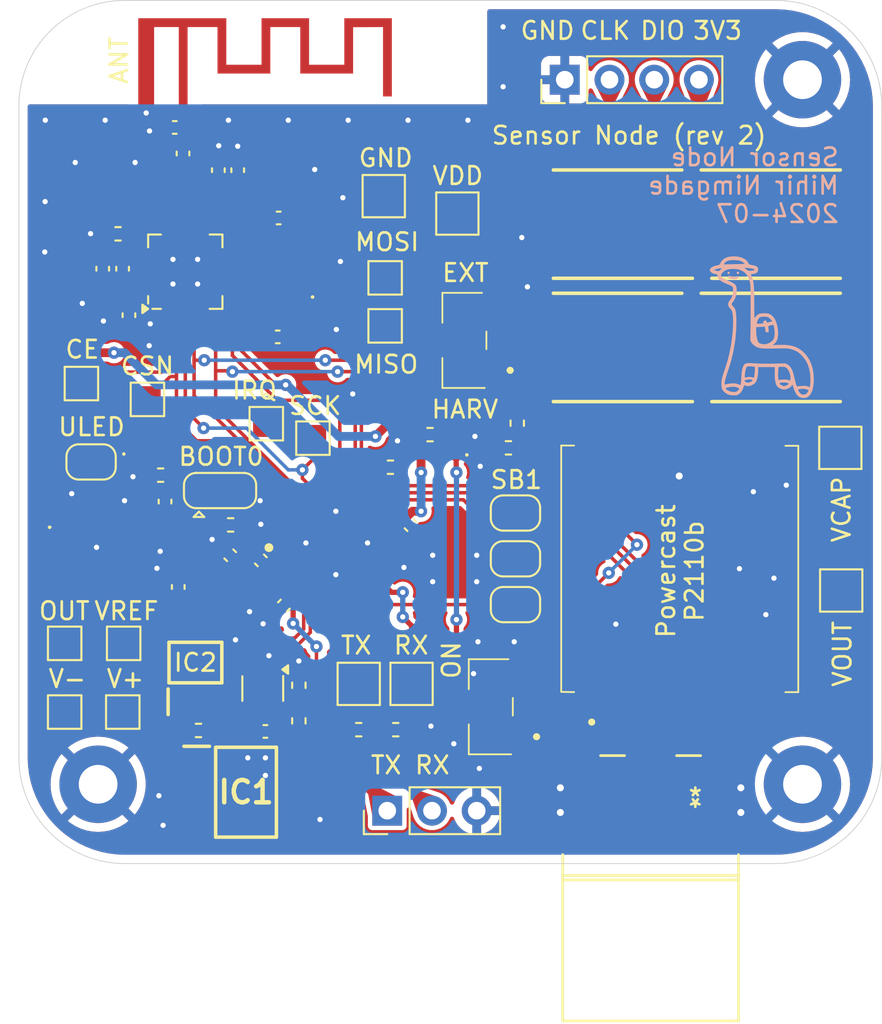
<source format=kicad_pcb>
(kicad_pcb (version 20240108) (generator "pcbnew") (generator_version "8.0")
  (layers (0 "F.Cu" signal) (31 "B.Cu" power) (34 "B.Paste" user) (35 "F.Paste" user) (36 "B.SilkS" user "B.Silkscreen") (37 "F.SilkS" user "F.Silkscreen") (38 "B.Mask" user) (39 "F.Mask" user) (44 "Edge.Cuts" user))
  (net 0 "")
  (net 1 "GND")
  (net 2 "+3.3V")
  (net 3 "/NRST")
  (net 4 "Net-(U2-DVDD)")
  (net 5 "PSENSE_PLUS")
  (net 6 "Net-(U2-XC2)")
  (net 7 "PSENSE_MINUS")
  (net 8 "Net-(D2-K)")
  (net 9 "/BOOT0")
  (net 11 "NRF_CSN")
  (net 15 "USART1_RX")
  (net 18 "Net-(U2-XC1)")
  (net 19 "Net-(C15-Pad1)")
  (net 20 "NRF_IRQ")
  (net 21 "NRF_SCK")
  (net 22 "NRF_MISO")
  (net 23 "Net-(JP5-B)")
  (net 24 "Net-(JP6-B)")
  (net 25 "SWCLK")
  (net 26 "Net-(JP9-B)")
  (net 27 "USART1_TX")
  (net 28 "/NRF_ANT")
  (net 29 "SWDIO")
  (net 30 "NRF_MOSI")
  (net 31 "VDD")
  (net 32 "Net-(U2-VDD_PA)")
  (net 33 "Net-(D1-A)")
  (net 34 "P2110B_RESET")
  (net 35 "P2110B_DOUT")
  (net 36 "P2110B_DSET")
  (net 39 "P2110B_INT")
  (net 41 "POWER_LED_EN")
  (net 42 "/RFIN")
  (net 43 "NRF_CE")
  (net 45 "Net-(D2-A)")
  (net 47 "/USER_LED")
  (net 48 "Net-(J4-Pin_1)")
  (net 49 "Net-(J4-Pin_2)")
  (net 50 "/VSET")
  (net 52 "VCAP")
  (net 53 "/P2110B_VOUT")
  (net 54 "Net-(JP2-C)")
  (net 55 "Net-(U2-ANT1)")
  (net 56 "Net-(U2-ANT2)")
  (net 57 "Net-(U2-IREF)")
  (net 58 "Net-(U4-+)")
  (net 59 "Net-(IC2-RG_2)")
  (net 60 "Net-(IC2-RG_1)")
  (net 62 "PSENSE_OUT")
  (net 63 "PSENSE_VREF")
  (footprint "TestPoint:TestPoint_Pad_2.0x2.0mm" (layer "F.Cu") (at 120.65 121.4)
    (property "Reference" "TP18" (hide yes))
    (property "Value" "~")
  )
  (footprint "Resistor_SMD:R_0402_1005Metric" (layer "F.Cu") (at 89.9 136.9 90)
    (property "Reference" "R11" (hide yes))
    (property "Value" "22k")
  )
  (footprint "Capacitor_SMD:C_0402_1005Metric" (layer "F.Cu") (at 88.7 115.1 180)
    (property "Reference" "C10" (hide yes))
    (property "Value" "10p")
  )
  (footprint "Package_TO_SOT_SMD:SOT-353_SC-70-5" (layer "F.Cu") (at 87.85 135.065 -90)
    (property "Reference" "U4" (hide yes))
    (property "Value" "TLV9001IDCK")
  )
  (footprint "libtpms:P2110B" (layer "F.Cu") (at 111.53 128.269 90)
    (property "Reference" "PS1" (hide yes))
    (property "Value" "P2110B" (hide yes))
  )
  (footprint "Jumper:SolderJumper-2_P1.3mm_Open_RoundedPad1.0x1.5mm" (layer "F.Cu") (at 102.2 130.3)
    (property "Reference" "JP9" (hide yes))
    (property "Value" "DOUT_EN")
  )
  (footprint "TestPoint:TestPoint_Pad_2.0x2.0mm" (layer "F.Cu") (at 94.72 107.11)
    (property "Reference" "TP17" (hide yes))
    (property "Value" "~")
  )
  (footprint "TestPoint:TestPoint_Pad_1.5x1.5mm" (layer "F.Cu") (at 76.6 136.4)
    (property "Reference" "TP11" (hide yes))
    (property "Value" "~")
  )
  (footprint "Resistor_SMD:R_0402_1005Metric" (layer "F.Cu") (at 84.2 137.445 180)
    (property "Reference" "R13" (hide yes))
    (property "Value" "49.9k")
  )
  (footprint "TestPoint:TestPoint_Pad_1.5x1.5mm" (layer "F.Cu") (at 88.05 120.03)
    (property "Reference" "TP1" (hide yes))
    (property "Value" "~")
  )
  (footprint "Capacitor_SMD:C_0402_1005Metric" (layer "F.Cu") (at 96.24 125.79 -45)
    (property "Reference" "C4" (hide yes))
    (property "Value" "100n")
  )
  (footprint "Resistor_SMD:R_0402_1005Metric" (layer "F.Cu") (at 82.05 122.95 180)
    (property "Reference" "R5" (hide yes))
    (property "Value" "470R")
  )
  (footprint "Capacitor_SMD:C_0402_1005Metric" (layer "F.Cu") (at 80.25 113.87 -90)
    (property "Reference" "C9" (hide yes))
    (property "Value" "33n")
  )
  (footprint "Resistor_SMD:R_0402_1005Metric" (layer "F.Cu") (at 89.9 134.88 90)
    (property "Reference" "R14" (hide yes))
    (property "Value" "22k")
  )
  (footprint "libtpms:QFN50P500X500X60-33N-D" (layer "F.Cu") (at 92 126.8 45)
    (property "Reference" "U1" (hide yes))
    (property "Value" "STM32U031K8U6" (hide yes))
  )
  (footprint "Capacitor_SMD:C_0402_1005Metric" (layer "F.Cu") (at 78.76 111.23 90)
    (property "Reference" "C14" (hide yes))
    (property "Value" "10n")
  )
  (footprint "Capacitor_SMD:C_0402_1005Metric" (layer "F.Cu") (at 89.05 130.35 -135)
    (property "Reference" "C2" (hide yes))
    (property "Value" "100n")
  )
  (footprint "Capacitor_SMD:C_0402_1005Metric" (layer "F.Cu") (at 87.74 127.79 135)
    (property "Reference" "C3" (hide yes))
    (property "Value" "100n")
  )
  (footprint "libtpms:TS2134035BK160SMTTR" (layer "F.Cu") (at 78.46 126.91)
    (property "Reference" "S4" (hide yes))
    (property "Value" "Pushbutton switch" (hide yes))
  )
  (footprint "Package_DFN_QFN:QFN-20-1EP_4x4mm_P0.5mm_EP2.5x2.5mm" (layer "F.Cu") (at 83.45 111.4 90)
    (property "Reference" "U2" (hide yes))
    (property "Value" "nRF24L01P")
  )
  (footprint "Capacitor_SMD:C_0402_1005Metric" (layer "F.Cu") (at 88 137.5 180)
    (property "Reference" "C23" (hide yes))
    (property "Value" "100n")
  )
  (footprint "Capacitor_SMD:C_0402_1005Metric" (layer "F.Cu") (at 83.05 129.3 90)
    (property "Reference" "C24" (hide yes))
    (property "Value" "100n")
  )
  (footprint "Jumper:SolderJumper-2_P1.3mm_Open_RoundedPad1.0x1.5mm" (layer "F.Cu") (at 102.2 125.1)
    (property "Reference" "JP5" (hide yes))
    (property "Value" "INT_EN")
  )
  (footprint "Resistor_SMD:R_0402_1005Metric" (layer "F.Cu") (at 86.025 125.775 180)
    (property "Reference" "R1" (hide yes))
    (property "Value" "100k")
  )
  (footprint "TestPoint:TestPoint_Pad_1.5x1.5mm" (layer "F.Cu") (at 81.3 118.65)
    (property "Reference" "TP6" (hide yes))
    (property "Value" "~")
  )
  (footprint "TestPoint:TestPoint_Pad_1.5x1.5mm" (layer "F.Cu") (at 76.6 132.5)
    (property "Reference" "TP9" (hide yes))
    (property "Value" "~")
  )
  (footprint "TestPoint:TestPoint_Pad_1.5x1.5mm" (layer "F.Cu") (at 94.8 114.475)
    (property "Reference" "TP3" (hide yes))
    (property "Value" "~")
  )
  (footprint "LED_SMD:LED_0402_1005Metric" (layer "F.Cu") (at 98.35 121.8 180)
    (property "Reference" "D1" (hide yes))
    (property "Value" "LED")
  )
  (footprint "libtpms:SOP65P490X110-8N" (layer "F.Cu") (at 84.025 133.59 90)
    (property "Reference" "IC2")
    (property "Value" "AD8226ARMZ" (hide yes))
  )
  (footprint "Resistor_SMD:R_0402_1005Metric" (layer "F.Cu") (at 101.8 121.4)
    (property "Reference" "R2" (hide yes))
    (property "Value" "?")
  )
  (footprint "TestPoint:TestPoint_Pad_1.5x1.5mm" (layer "F.Cu") (at 79.95 132.5)
    (property "Reference" "TP12" (hide yes))
    (property "Value" "~")
  )
  (footprint "libtpms:830064296" (layer "F.Cu") (at 88.8275 111.7375 90)
    (property "Reference" "Y1" (hide yes))
    (property "Value" "Crystal_16MHz" (hide yes))
  )
  (footprint "TestPoint:TestPoint_Pad_1.5x1.5mm" (layer "F.Cu") (at 77.55 117.75)
    (property "Reference" "TP5" (hide yes))
    (property "Value" "~")
  )
  (footprint "Resistor_SMD:R_0402_1005Metric" (layer "F.Cu") (at 97.35 120.65)
    (property "Reference" "R4" (hide yes))
    (property "Value" "470R")
  )
  (footprint "libtpms:TI_2G4_Inv_F_Antenna_1" (layer "F.Cu") (at 80.78 97.01)
    (property "Reference" "AE2" (hide yes))
    (property "Value" "PCB Antenna")
  )
  (footprint "Resistor_SMD:R_0402_1005Metric" (layer "F.Cu") (at 79.63 109.25 180)
    (property "Reference" "R8" (hide yes))
    (property "Value" "22k")
  )
  (footprint "Capacitor_SMD:C_0402_1005Metric" (layer "F.Cu") (at 88.75 108.35)
    (property "Reference" "C12" (hide yes))
    (property "Value" "10p")
  )
  (footprint "Inductor_SMD:L_0402_1005Metric" (layer "F.Cu") (at 83.3275 106.6375 90)
    (property "Reference" "L3" (hide yes))
    (property "Value" "3.9nH")
  )
  (footprint "LED_SMD:LED_0402_1005Metric" (layer "F.Cu") (at 81.05 121.75)
    (property "Reference" "D2" (hide yes))
    (property "Value" "LED")
  )
  (footprint "TestPoint:TestPoint_Pad_2.0x2.0mm" (layer "F.Cu") (at 120.7 129.5)
    (property "Reference" "TP16" (hide yes))
    (property "Value" "~")
  )
  (footprint "libtpms:CAPPM7362X375N" (layer "F.Cu") (at 117 115.7)
    (property "Reference" "C8" (hide yes))
    (property "Value" "C_Polarized" (hide yes))
  )
  (footprint "Jumper:SolderJumper-2_P1.3mm_Open_RoundedPad1.0x1.5mm" (layer "F.Cu") (at 102.2 127.7)
    (property "Reference" "JP6" (hide yes))
    (property "Value" "DSET_EN")
  )
  (footprint "Inductor_SMD:L_0402_1005Metric" (layer "F.Cu") (at 84.8275 107.1375)
    (property "Reference" "L2" (hide yes))
    (property "Value" "2.7nH")
  )
  (footprint "Resistor_SMD:R_0402_1005Metric" (layer "F.Cu") (at 102.3 120 -90)
    (property "Reference" "R3" (hide yes))
    (property "Value" "4.3M")
  )
  (footprint "TestPoint:TestPoint_Pad_2.0x2.0mm" (layer "F.Cu") (at 96.3 134.8 -90)
    (property "Reference" "TP14" (hide yes))
    (property "Value" "~")
  )
  (footprint "Capacitor_SMD:C_0402_1005Metric" (layer "F.Cu") (at 86.4275 105.6375 90)
    (property "Reference" "C18" (hide yes))
    (property "Value" "4.7pF")
  )
  (footprint "Connector_PinHeader_2.54mm:PinHeader_1x04_P2.54mm_Vertical" (layer "F.Cu") (at 105 100.5 90)
    (property "Reference" "J2" (hide yes))
    (property "Value" "DEBUG_CONN")
  )
  (footprint "Resistor_SMD:R_0402_1005Metric" (layer "F.Cu") (at 95.1 122.5)
    (property "Reference" "R10" (hide yes))
    (property "Value" "1k")
  )
  (footprint "libtpms:CAPPM7362X375N" (layer "F.Cu") (at 108 115.7 180)
    (property "Reference" "C6" (hide yes))
    (property "Value" "C_Polarized" (hide yes))
  )
  (footprint "Resistor_SMD:R_0402_1005Metric" (layer "F.Cu") (at 93.3 137.4 180)
    (property "Reference" "R6" (hide yes))
    (property "Value" "220R")
  )
  (footprint "libtpms:CAPPM7362X375N" (layer "F.Cu") (at 108 108.7 180)
    (property "Reference" "C5" (hide yes))
    (property "Value" "C_Polarized" (hide yes))
  )
  (footprint "TestPoint:TestPoint_Pad_1.5x1.5mm" (layer "F.Cu") (at 90.7 120.85)
    (property "Reference" "TP2" (hide yes))
    (property "Value" "~")
  )
  (footprint "Capacitor_SMD:C_0402_1005Metric" (layer "F.Cu") (at 85.3275 105.6375 -90)
    (property "Reference" "C17" (hide yes))
    (property "Value" "2.2nF")
  )
  (footprint "Capacitor_SMD:C_0402_1005Metric" (layer "F.Cu") (at 83.32 104.69 90)
    (property "Reference" "C15" (hide yes))
    (property "Value" "1.5pF")
  )
  (footprint "MountingHole:MountingHole_2.2mm_M2_Pad" (layer "F.Cu") (at 118.5 100.5)
    (property "Reference" "H3" (hide yes))
    (property "Value" "MountingHole" (hide yes))
  )
  (footprint "Capacitor_SMD:C_0402_1005Metric" (layer "F.Cu") (at 82.3 124.45 90)
    (property "Reference" "C22" (hide yes))
    (property "Value" "100n")
  )
  (footprint "TestPoint:TestPoint_Pad_1.5x1.5mm" (layer "F.Cu") (at 94.8 111.75)
    (property "Reference" "TP4" (hide yes))
    (property "Value" "~")
  )
  (footprint "MountingHole:MountingHole_2.2mm_M2_Pad" (layer "F.Cu") (at 118.5 140.5)
    (property "Reference" "H4" (hide yes))
    (property "Value" "MountingHole" (hide yes))
  )
  (footprint "libtpms:CONN_73251-1150_MOL" (layer "F.Cu") (at 109.875 142.404 180)
    (property "Reference" "J3" (hide yes))
    (property "Value" "SMA EDGE CONN")
  )
  (footprint "libtpms:CAPPM7362X375N" (layer "F.Cu") (at 117 108.7)
    (property "Reference" "C1" (hide yes))
    (property "Value" "C_Polarized" (hide yes))
  )
  (footprint "Capacitor_SMD:C_0402_1005Metric" (layer "F.Cu") (at 86 127.5 135)
    (property "Reference" "C7" (hide yes))
    (property "Value" "10u")
  )
  (footprint "Jumper:SolderJumper-3_P1.3mm_Open_RoundedPad1.0x1.5mm" (layer "F.Cu") (at 85.425 123.825)
    (property "Reference" "JP2" (hide yes))
    (property "Value" "BOOT_SEL")
  )
  (footprint "TestPoint:TestPoint_Pad_1.5x1.5mm" (layer "F.Cu") (at 79.9 136.4)
    (property "Reference" "TP10" (hide yes))
    (property "Value" "~")
  )
  (footprint "Connector_PinHeader_2.54mm:PinHeader_1x03_P2.54mm_Vertical" (layer "F.Cu") (at 94.92 142 90)
    (property "Reference" "J4" (hide yes))
    (property "Value" "UART_CONN")
  )
  (footprint "Capacitor_SMD:C_0402_1005Metric" (layer "F.Cu") (at 79.89 111.23 90)
    (property "Reference" "C13" (hide yes))
    (property "Value" "1n")
  )
  (footprint "TestPoint:TestPoint_Pad_2.0x2.0mm" (layer "F.Cu") (at 93.3 134.8 -90)
    (property "Reference" "TP13" (hide yes))
    (property "Value" "~")
  )
  (footprint "libtpms:CAS120A1" (layer "F.Cu") (at 100.8 136.1 90)
    (property "Reference" "S1" (hide yes))
    (property "Value" "CAS-120A1" (hide yes))
  )
  (footprint "MountingHole:MountingHole_2.2mm_M2_Pad" (layer "F.Cu") (at 78.5 140.5)
    (property "Reference" "H2" (hide yes))
    (property "Value" "MountingHole" (hide yes))
  )
  (footprint "TestPoint:TestPoint_Pad_2.0x2.0mm" (layer "F.Cu") (at 98.9 108.1)
    (property "Reference" "TP15" (hide yes))
    (property "Value" "~")
  )
  (footprint "libtpms:SOIC127P610X280-8N" (layer "F.Cu") (at 86.9 140.95)
    (property "Reference" "IC1")
    (property "Value" "NPP-301A-700AT" (hide yes))
  )
  (footprint "libtpms:CAS120A1" (layer "F.Cu") (at 99.3 115.3 90)
    (property "Reference" "S5" (hide yes))
    (property "Value" "CAS-120A1" (hide yes))
  )
  (footprint "Inductor_SMD:L_0402_1005Metric" (layer "F.Cu") (at 83.8275 108.19)
    (property "Reference" "L1" (hide yes))
    (property "Value" "8.2nH")
  )
  (footprint "Capacitor_SMD:C_0402_1005Metric" (layer "F.Cu") (at 82.85 103.21 180)
    (property "Reference" "C16" (hide yes))
    (property "Value" "1.0pF")
  )
  (footprint "Jumper:SolderJumper-2_P1.3mm_Open_RoundedPad1.0x1.5mm" (layer "F.Cu") (at 78.1 122.2)
    (property "Reference" "JP1" (hide yes))
    (property "Value" "USER_LED_EN")
  )
  (footprint "Resistor_SMD:R_0402_1005Metric" (layer "F.Cu") (at 95.4 137.4 180)
    (property "Reference" "R7" (hide yes))
    (property "Value" "220R")
  )
  (footprint "LOGO" (layer "B.Cu") (at 116.2 114.55 180)
    (property "Reference" "G***" (hide yes))
    (property "Value" "LOGO" (hide yes))
  )
  (gr_arc (start 117 96) (mid 121.242641 97.757359) (end 123 102) (stroke (width 0.05)) (layer "Edge.Cuts"))
  (gr_arc (start 122.999999 138.999999) (mid 121.24264 143.24264) (end 116.999999 144.999999) (stroke (width 0.05)) (layer "Edge.Cuts"))
  (gr_line (start 116.999999 144.999999) (end 80 145) (stroke (width 0.05)) (layer "Edge.Cuts"))
  (gr_line (start 117 96) (end 80.000001 96.000001) (stroke (width 0.05)) (layer "Edge.Cuts"))
  (gr_line (start 123 102) (end 122.999999 138.999999) (stroke (width 0.05)) (layer "Edge.Cuts"))
  (gr_line (start 74 138.999999) (end 74 102.000001) (stroke (width 0.05)) (layer "Edge.Cuts"))
  (gr_arc (start 80.000001 144.999999) (mid 75.75736 143.24264) (end 74.000001 138.999999) (stroke (width 0.05)) (layer "Edge.Cuts"))
  (gr_arc (start 74.000001 102.000001) (mid 75.75736 97.75736) (end 80.000001 96.000001) (stroke (width 0.05)) (layer "Edge.Cuts"))
  (gr_text "Sensor Node\nMihir Nimgade\n2024-07" (at 120.65 108.7 0) (layer "B.SilkS") (effects (font (size 1 1) (thickness 0.15) (bold yes)) (justify left bottom mirror)))
  (gr_text "MOSI" (at 93 110.3 0) (layer "F.SilkS") (effects (font (size 1 1)) (justify left bottom)))
  (gr_text "TX" (at 93.9 140 0) (layer "F.SilkS") (effects (font (size 1 1)) (justify left bottom)))
  (gr_text "RX" (at 95.2 133.2 0) (layer "F.SilkS") (effects (font (size 1 1) (thickness 0.15) (bold yes)) (justify left bottom)))
  (gr_text "DIO" (at 109.2 98.3 0) (layer "F.SilkS") (effects (font (size 1 1) (thickness 0.15) (bold yes)) (justify left bottom)))
  (gr_text "SCK" (at 89.25 119.6 0) (layer "F.SilkS") (effects (font (size 1 1) (thickness 0.15) (bold yes)) (justify left bottom)))
  (gr_text "V-" (at 75.6 135.1 0) (layer "F.SilkS") (effects (font (size 1 1) (thickness 0.15) (bold yes)) (justify left bottom)))
  (gr_text "VOUT" (at 121.35 135.05 90) (layer "F.SilkS") (effects (font (size 1 1) (thickness 0.15) (bold yes)) (justify left bottom)))
  (gr_text "TX" (at 92.2 133.2 0) (layer "F.SilkS") (effects (font (size 1 1) (thickness 0.15) (bold yes)) (justify left bottom)))
  (gr_text "3V3" (at 112.2 98.3 0) (layer "F.SilkS") (effects (font (size 1 1) (thickness 0.15) (bold yes)) (justify left bottom)))
  (gr_text "EXT" (at 97.95 112.05 0) (layer "F.SilkS") (effects (font (size 1 1)) (justify left bottom)))
  (gr_text "RX" (at 96.4 140 0) (layer "F.SilkS") (effects (font (size 1 1)) (justify left bottom)))
  (gr_text "VCAP" (at 121.3 126.85 90) (layer "F.SilkS") (effects (font (size 1 1) (thickness 0.15) (bold yes)) (justify left bottom)))
  (gr_text "CSN" (at 79.7 117.35 0) (layer "F.SilkS") (effects (font (size 1 1) (thickness 0.15) (bold yes)) (justify left bottom)))
  (gr_text "ON" (at 99.15 134.6 90) (layer "F.SilkS") (effects (font (size 1 1)) (justify left bottom)))
  (gr_text "OUT" (at 75.05 131.25 0) (layer "F.SilkS") (effects (font (size 1 1) (thickness 0.15) (bold yes)) (justify left bottom)))
  (gr_text "CE" (at 76.55 116.4 0) (layer "F.SilkS") (effects (font (size 1 1) (thickness 0.15) (bold yes)) (justify left bottom)))
  (gr_text "IRQ" (at 86.02 118.72 0) (layer "F.SilkS") (effects (font (size 1 1) (thickness 0.15) (bold yes)) (justify left bottom)))
  (gr_text "GND" (at 93.21 105.53 0) (layer "F.SilkS") (effects (font (size 1 1)) (justify left bottom)))
  (gr_text "ULED" (at 76.15 120.8 0) (layer "F.SilkS") (effects (font (size 1 1)) (justify left bottom)))
  (gr_text "CLK" (at 105.8 98.3 0) (layer "F.SilkS") (effects (font (size 1 1) (thickness 0.15) (bold yes)) (justify left bottom)))
  (gr_text "MISO" (at 92.95 117.25 0) (layer "F.SilkS") (effects (font (size 1 1)) (justify left bottom)))
  (gr_text "V+" (at 78.9 135.1 0) (layer "F.SilkS") (effects (font (size 1 1) (thickness 0.15) (bold yes)) (justify left bottom)))
  (gr_text "Sensor Node (rev 2)" (at 108.65 104.25 0) (layer "F.SilkS") (effects (font (size 1 1) (thickness 0.15) (bold yes)) (justify bottom)))
  (gr_text "SB1" (at 100.7 123.8 0) (layer "F.SilkS") (effects (font (size 1 1) (thickness 0.15) (bold yes)) (justify left bottom)))
  (gr_text "BOOT0" (at 82.98 122.48 0) (layer "F.SilkS") (effects (font (size 1 1) (thickness 0.15) (bold yes)) (justify left bottom)))
  (gr_text "VREF" (at 78.2 131.25 0) (layer "F.SilkS") (effects (font (size 1 1) (thickness 0.15) (bold yes)) (justify left bottom)))
  (gr_text "Powercast\nP2110b" (at 112.95 128.4 90) (layer "F.SilkS") (effects (font (size 1 1) (thickness 0.15) (bold yes)) (justify bottom)))
  (gr_text "ANT" (at 80.275 100.825 90) (layer "F.SilkS") (effects (font (size 1 1)) (justify left bottom)))
  (gr_text "VDD" (at 97.4 106.54 0) (layer "F.SilkS") (effects (font (size 1 1)) (justify left bottom)))
  (gr_text "GND" (at 102.4 98.3 0) (layer "F.SilkS") (effects (font (size 1 1) (thickness 0.15) (bold yes)) (justify left bottom)))
  (gr_text "HARV" (at 97.35 119.8 0) (layer "F.SilkS") (effects (font (size 1 1)) (justify left bottom)))
  (segment (start 89.9 134.37) (end 89.9 133.5) (width 0.5) (layer "F.Cu") (net 1))
  (segment (start 85.3275 105.1575) (end 85.3275 104.2725) (width 0.2) (layer "F.Cu") (net 1))
  (segment (start 86.725 123.825) (end 87.125 123.825) (width 0.5) (layer "F.Cu") (net 1))
  (segment (start 87.975 125.975) (end 88.700127 125.975) (width 0.2) (layer "F.Cu") (net 1))
  (segment (start 87.85 133.55) (end 88.2 133.2) (width 0.2) (layer "F.Cu") (net 1))
  (segment (start 90.745 142.855) (end 89.7 142.855) (width 0.5) (layer "F.Cu") (net 1))
  (segment (start 82.95 109.4625) (end 82.95 110.95) (width 0.2) (layer "F.Cu") (net 1))
  (segment (start 82.6 112.4) (end 83 112) (width 0.2) (layer "F.Cu") (net 1))
  (segment (start 85.10288 126.60288) (end 85.660589 127.160589) (width 0.5) (layer "F.Cu") (net 1))
  (segment (start 86.3 132.3) (end 85.365 131.365) (width 0.3) (layer "F.Cu") (net 1))
  (segment (start 86.4275 105.1575) (end 86.4275 104.2775) (width 0.2) (layer "F.Cu") (net 1))
  (segment (start 87.125 123.825) (end 87.7 124.4) (width 0.5) (layer "F.Cu") (net 1))
  (segment (start 85.3275 104.2725) (end 85.35 104.25) (width 0.2) (layer "F.Cu") (net 1))
  (segment (start 87.85 134.115) (end 87.85 133.55) (width 0.2) (layer "F.Cu") (net 1))
  (segment (start 81.42 103.41) (end 81.77 103.06) (width 0.2) (layer "F.Cu") (net 1))
  (segment (start 78.07 110.13) (end 78.07 109.24) (width 0.5) (layer "F.Cu") (net 1))
  (segment (start 111.5 121.314) (end 111.5 123) (width 0.5) (layer "F.Cu") (net 1))
  (segment (start 82.95 110.95) (end 83 111) (width 0.2) (layer "F.Cu") (net 1))
  (segment (start 81.46 112.4525) (end 81.5125 112.4) (width 0.3) (layer "F.Cu") (net 1))
  (segment (start 81.5125 112.4) (end 82.6 112.4) (width 0.2) (layer "F.Cu") (net 1))
  (segment (start 88.700127 125.975) (end 89.030152 126.305025) (width 0.2) (layer "F.Cu") (net 1))
  (segment (start 81.77 103.06) (end 82.22 103.06) (width 0.2) (layer "F.Cu") (net 1))
  (segment (start 78.76 110.75) (end 78.69 110.75) (width 0.5) (layer "F.Cu") (net 1))
  (segment (start 84.97212 126.60288) (end 85.10288 126.60288) (width 0.2) (layer "F.Cu") (net 1))
  (segment (start 81.46 114.36) (end 81.46 112.4525) (width 0.3) (layer "F.Cu") (net 1))
  (segment (start 83.45 111.4) (end 85.3875 111.4) (width 0.2) (layer "F.Cu") (net 1))
  (segment (start 91.1 142.5) (end 90.745 142.855) (width 0.5) (layer "F.Cu") (net 1))
  (segment (start 81.5125 110.9) (end 82.9 110.9) (width 0.2) (layer "F.Cu") (net 1))
  (segment (start 78.69 110.75) (end 78.07 110.13) (width 0.5) (layer "F.Cu") (net 1))
  (segment (start 85.365 131.365) (end 85 131.365) (width 0.3) (layer "F.Cu") (net 1))
  (segment (start 82.9 110.9) (end 83 111) (width 0.2) (layer "F.Cu") (net 1))
  (segment (start 95.864873 128.19) (end 94.969848 127.294975) (width 0.2) (layer "F.Cu") (net 1))
  (segment (start 111.53 121.284) (end 111.5 121.314) (width 0.5) (layer "F.Cu") (net 1))
  (segment (start 87.74 125.74) (end 87.975 125.975) (width 0.2) (layer "F.Cu") (net 1))
  (segment (start 82.22 103.06) (end 82.37 103.21) (width 0.2) (layer "F.Cu") (net 1))
  (via (at 86.3 132.3) (size 0.7) (drill 0.3) (layers "F.Cu" "B.Cu") (net 1))
  (via (at 92.4 107.2) (size 0.7) (drill 0.3) (layers "F.Cu" "B.Cu") (net 1))
  (via (at 82.75 110.7) (size 0.7) (drill 0.3) (layers "F.Cu" "B.Cu") (net 1))
  (via (at 80.6 105.2) (size 0.7) (drill 0.3) (layers "F.Cu" "B.Cu") (net 1))
  (via (at 85.35 104.25) (size 0.7) (drill 0.3) (layers "F.Cu" "B.Cu") (net 1))
  (via (at 97.4 137.2) (size 0.7) (drill 0.3) (layers "F.Cu" "B.Cu") (net 1))
  (via (at 82.19 142.83) (size 0.7) (drill 0.3) (layers "F.Cu" "B.Cu") (net 1))
  (via (at 89.3 102.8) (size 0.7) (drill 0.3) (layers "F.Cu" "B.Cu") (net 1))
  (via (at 116.88 128.8) (size 0.7) (drill 0.3) (layers "F.Cu" "B.Cu") (net 1))
  (via (at 80 124.4) (size 0.7) (drill 0.3) (layers "F.Cu" "B.Cu") (net 1))
  (via (at 84.15 112.1) (size 0.7) (drill 0.3) (layers "F.Cu" "B.Cu") (net 1))
  (via (at 87.1 130.7) (size 0.7) (drill 0.3) (layers "F.Cu" "B.Cu") (net 1))
  (via (at 88.2 133.2) (size 0.7) (drill 0.3) (layers "F.Cu" "B.Cu") (net 1))
  (via (at 100.07 132.41) (size 0.7) (drill 0.3) (layers "F.Cu" "B.Cu") (net 1))
  (via (at 117.58 123.52) (size 0.7) (drill 0.3) (layers "F.Cu" "B.Cu") (net 1))
  (via (at 100.15 139.6) (size 0.7) (drill 0.3) (layers "F.Cu" "B.Cu") (net 1))
  (via (at 88 140) (size 0.7) (drill 0.3) (layers "F.Cu" "B.Cu") (net 1))
  (via (at 98.7 138.2) (size 0.7) (drill 0.3) (layers "F.Cu" "B.Cu") (net 1))
  (via (at 81.4 115.6) (size 0.7) (drill 0.3) (layers "F.Cu" "B.Cu") (net 1))
  (via (at 102.88 112.26) (size 0.7) (drill 0.3) (layers "F.Cu" "B.Cu") (net 1))
  (via (at 78.9 102.8) (size 0.7) (drill 0.3) (layers "F.Cu" "B.Cu") (net 1))
  (via (at 81.46 114.36) (size 0.7) (drill 0.3) (layers "F.Cu" "B.Cu") (net 1))
  (via (at 81.95 141.15) (size 0.7) (drill 0.3) (layers "F.Cu" "B.Cu") (net 1))
  (via (at 92.26 110.82) (size 0.7) (drill 0.3) (layers "F.Cu" "B.Cu") (net 1))
  (via (at 84.15 110.7) (size 0.7) (drill 0.3) (layers "F.Cu" "B.Cu") (net 1))
  (via (at 104.75 140.7) (size 0.9) (drill 0.4) (layers "F.Cu" "B.Cu") (net 1))
  (via (at 115.71 123.89) (size 0.7) (drill 0.3) (layers "F.Cu" "B.Cu") (net 1))
  (via (at 85.9 102.8) (size 0.7) (drill 0.3) (layers "F.Cu" "B.Cu") (net 1))
  (via (at 78.41 127.05) (size 0.7) (drill 0.3) (layers "F.Cu" "B.Cu") (net 1))
  (via (at 77 124) (size 0.7) (drill 0.3) (layers "F.Cu" "B.Cu") (net 1))
  (via (at 75.49 107.42) (size 0.7) (drill 0.3) (layers "F.Cu" "B.Cu") (net 1))
  (via (at 81.42 103.41) (size 0.7) (drill 0.3) (layers "F.Cu" "B.Cu") (net 1))
  (via (at 84.97212 126.60288) (size 0.7) (drill 0.3) (layers "F.Cu" "B.Cu") (net 1))
  (via (at 87.74 125.74) (size 0.7) (drill 0.3) (layers "F.Cu" "B.Cu") (net 1))
  (via (at 93.8 126.8) (size 0.7) (drill 0.3) (layers "F.Cu" "B.Cu") (net 1))
  (via (at 95.5 121) (size 0.7) (drill 0.3) (layers "F.Cu" "B.Cu") (net 1))
  (via (at 80.48 123.04) (size 0.7) (drill 0.3) (layers "F.Cu" "B.Cu") (net 1))
  (via (at 92 128.6) (size 0.7) (drill 0.3) (layers "F.Cu" "B.Cu") (net 1))
  (via (at 90.3 126.8) (size 0.7) (drill 0.3) (layers "F.Cu" "B.Cu") (net 1))
  (via (at 92.03 114.68) (size 0.7) (drill 0.3) (layers "F.Cu" "B.Cu") (net 1))
  (via (at 87.87 131.39) (size 0.7) (drill 0.3) (layers "F.Cu" "B.Cu") (net 1))
  (via (at 88 139) (size 0.7) (drill 0.3) (layers "F.Cu" "B.Cu") (net 1))
  (via (at 82.025 127.275) (size 0.7) (drill 0.3) (layers "F.Cu" "B.Cu") (net 1))
  (via (at 104.75 142.1) (size 0.9) (drill 0.4) (layers "F.Cu" "B.Cu") (net 1))
  (via (at 92.7 102.8) (size 0.7) (drill 0.3) (layers "F.Cu" "B.Cu") (net 1))
  (via (at 100 129) (size 0.7) (drill 0.3) (layers "F.Cu" "B.Cu") (net 1))
  (via (at 116.42 130.87) (size 0.7) (drill 0.3) (layers "F.Cu" "B.Cu") (net 1))
  (via (at 115 142.1) (size 0.9) (drill 0.4) (layers "F.Cu" "B.Cu") (net 1))
  (via (at 99.9 120.75) (size 0.7) (drill 0.3) (layers "F.Cu" "B.Cu") (net 1))
  (via (at 96.1 102.8) (size 0.7) (drill 0.3) (layers "F.Cu" "B.Cu") (net 1))
  (via (at 77.2 105.2) (size 0.7) (drill 0.3) (layers "F.Cu" "B.Cu") (net 1))
  (via (at 99.82 134.22) (size 0.7) (drill 0.3) (layers "F.Cu" "B.Cu") (net 1))
  (via (at 102.56 109.46) (size 0.7) (drill 0.3) (layers "F.Cu" "B.Cu") (net 1))
  (via (at 95.864873 128.19) (size 0.7) (drill 0.3) (layers "F.Cu" "B.Cu") (net 1))
  (via (at 111.5 123) (size 0.9) (drill 0.4) (layers "F.Cu" "B.Cu") (net 1))
  (via (at 92.96 118.34) (size 0.7) (drill 0.3) (layers "F.Cu" "B.Cu") (net 1))
  (via (at 91.1 142.5) (size 0.7) (drill 0.3) (layers "F.Cu" "B.Cu") (net 1))
  (via (at 90.8 105.6) (size 0.7) (drill 0.3) (layers "F.Cu" "B.Cu") (net 1))
  (via (at 100.2 122.45) (size 0.7) (drill 0.3) (layers "F.Cu" "B.Cu") (net 1))
  (via (at 82.75 112.1) (size 0.7) (drill 0.3) (layers "F.Cu" "B.Cu") (net 1))
  (via (at 81.84 128.24) (size 0.7) (drill 0.3) (layers "F.Cu" "B.Cu") (net 1))
  (via (at 97.5 127.5) (size 0.7) (drill 0.3) (layers "F.Cu" "B.Cu") (net 1))
  (via (at 100 127.5) (size 0.7) (drill 0.3) (layers "F.Cu" "B.Cu") (net 1))
  (via (at 78.8 114.2) (size 0.7) (drill 0.3) (layers "F.Cu" "B.Cu") (net 1))
  (via (at 75.47 110.28) (size 0.7) (drill 0.3) (layers "F.Cu" "B.Cu") (net 1))
  (via (at 86.4275 104.2775) (size 0.7) (drill 0.3) (layers "F.Cu" "B.Cu") (net 1))
  (via (at 102.13 132.41) (size 0.7) (drill 0.3) (layers "F.Cu" "B.Cu") (net 1))
  (via (at 107.9 131.41) (size 0.7) (drill 0.3) (layers "F.Cu" "B.Cu") (net 1))
  (via (at 87.7 124.4) (size 0.7) (drill 0.3) (layers "F.Cu" "B.Cu") (net 1))
  (via (at 87 139) (size 0.7) (drill 0.3) (layers "F.Cu" "B.Cu") (net 1))
  (via (at 81.23 102.39) (size 0.7) (drill 0.3) (layers "F.Cu" "B.Cu") (net 1))
  (via (at 92 125) (size 0.7) (drill 0.3) (layers "F.Cu" "B.Cu") (net 1))
  (via (at 115 140.7) (size 0.9) (drill 0.4) (layers "F.Cu" "B.Cu") (net 1))
  (via (at 78.07 109.24) (size 0.7) (drill 0.3) (layers "F.Cu" "B.Cu") (net 1))
  (via (at 89.9 133.5) (size 0.7) (drill 0.3) (layers "F.Cu" "B.Cu") (net 1))
  (via (at 101.5 97.5) (size 0.7) (drill 0.3) (layers "F.Cu" "B.Cu") (net 1))
  (via (at 101.5 100.9) (size 0.7) (drill 0.3) (layers "F.Cu" "B.Cu") (net 1))
  (via (at 99.5 102.8) (size 0.7) (drill 0.3) (layers "F.Cu" "B.Cu") (net 1))
  (via (at 114.92 128.26) (size 0.7) (drill 0.3) (layers "F.Cu" "B.Cu") (net 1))
  (via (at 77.6 113.2) (size 0.7) (drill 0.3) (layers "F.Cu" "B.Cu") (net 1))
  (via (at 75.5 102.8) (size 0.7) (drill 0.3) (layers "F.Cu" "B.Cu") (net 1))
  (via (at 97.5 129) (size 0.7) (drill 0.3) (layers "F.Cu" "B.Cu") (net 1))
  (segment (start 112.62 100.5) (end 112.62 102.68) (width 0.5) (layer "F.Cu") (net 2))
  (segment (start 112.62 102.68) (end 110.4 104.9) (width 0.5) (layer "F.Cu") (net 2))
  (segment (start 101.1 112.9) (end 100.45 113.55) (width 0.5) (layer "F.Cu") (net 2))
  (segment (start 110.4 104.9) (end 103.1 104.9) (width 0.5) (layer "F.Cu") (net 2))
  (segment (start 101.1 106.9) (end 101.1 112.9) (width 0.5) (layer "F.Cu") (net 2))
  (segment (start 103.1 104.9) (end 101.1 106.9) (width 0.5) (layer "F.Cu") (net 2))
  (segment (start 90.090812 128.355635) (end 89.046447 129.4) (width 0.2) (layer "F.Cu") (net 3))
  (segment (start 82.3 126.055686) (end 82.3 124.93) (width 0.2) (layer "F.Cu") (net 3))
  (segment (start 85.636396 129.4) (end 84.626396 128.39) (width 0.2) (layer "F.Cu") (net 3))
  (segment (start 84.626396 128.39) (end 84.626396 128.382082) (width 0.2) (layer "F.Cu") (net 3))
  (segment (start 89.046447 129.4) (end 85.636396 129.4) (width 0.2) (layer "F.Cu") (net 3))
  (segment (start 76.835 125.91) (end 80.085 125.91) (width 0.2) (layer "F.Cu") (net 3))
  (segment (start 81.065 124.93) (end 82.3 124.93) (width 0.2) (layer "F.Cu") (net 3))
  (segment (start 80.085 125.91) (end 81.065 124.93) (width 0.2) (layer "F.Cu") (net 3))
  (segment (start 84.626396 128.382082) (end 82.3 126.055686) (width 0.2) (layer "F.Cu") (net 3))
  (segment (start 81.5125 111.9) (end 80.98 111.9) (width 0.2) (layer "F.Cu") (net 4))
  (segment (start 80.98 111.9) (end 80.25 112.63) (width 0.2) (layer "F.Cu") (net 4))
  (segment (start 80.25 112.63) (end 80.25 113.39) (width 0.2) (layer "F.Cu") (net 4))
  (segment (start 92 133.15) (end 92 142.8) (width 0.2) (layer "F.Cu") (net 5))
  (segment (start 93.55 130.117767) (end 93.55 131.6) (width 0.2) (layer "F.Cu") (net 5))
  (segment (start 93.55 131.6) (end 92 133.15) (width 0.2) (layer "F.Cu") (net 5))
  (segment (start 92.848528 129.416295) (end 93.55 130.117767) (width 0.2) (layer "F.Cu") (net 5))
  (segment (start 82.3 137.8) (end 82.3 139.44) (width 0.2) (layer "F.Cu") (net 5))
  (segment (start 83.05 135.815) (end 83.05 137.05) (width 0.2) (layer "F.Cu") (net 5))
  (segment (start 79.9 136.4) (end 81.87 136.4) (width 0.2) (layer "F.Cu") (net 5))
  (segment (start 85.515 140.315) (end 84.1 140.315) (width 0.2) (layer "F.Cu") (net 5))
  (segment (start 81.87 136.4) (end 82.3 136.83) (width 0.2) (layer "F.Cu") (net 5))
  (segment (start 82.3 139.44) (end 83.175 140.315) (width 0.2) (layer "F.Cu") (net 5))
  (segment (start 91.295 143.505) (end 88.705 143.505) (width 0.2) (layer "F.Cu") (net 5))
  (segment (start 88.705 143.505) (end 85.515 140.315) (width 0.2) (layer "F.Cu") (net 5))
  (segment (start 92 142.8) (end 91.295 143.505) (width 0.2) (layer "F.Cu") (net 5))
  (segment (start 83.05 137.05) (end 82.3 137.8) (width 0.2) (layer "F.Cu") (net 5))
  (segment (start 82.3 136.83) (end 82.3 137.8) (width 0.2) (layer "F.Cu") (net 5))
  (segment (start 83.175 140.315) (end 84.1 140.315) (width 0.2) (layer "F.Cu") (net 5))
  (segment (start 89.625 114.655) (end 89.625 112.84) (width 0.3) (layer "F.Cu") (net 6))
  (segment (start 89.18 115.1) (end 89.625 114.655) (width 0.3) (layer "F.Cu") (net 6))
  (segment (start 89.625 112.84) (end 89.6275 112.8375) (width 0.2) (layer "F.Cu") (net 6))
  (segment (start 88.69 111.775) (end 86.689386 111.775) (width 0.2) (layer "F.Cu") (net 6))
  (segment (start 85.814386 110.9) (end 85.3875 110.9) (width 0.2) (layer "F.Cu") (net 6))
  (segment (start 89.6275 112.8375) (end 89.6275 112.7125) (width 0.2) (layer "F.Cu") (net 6))
  (segment (start 86.689386 111.775) (end 85.814386 110.9) (width 0.2) (layer "F.Cu") (net 6))
  (segment (start 89.6275 112.7125) (end 88.69 111.775) (width 0.2) (layer "F.Cu") (net 6))
  (segment (start 86 139.6) (end 86 136.815) (width 0.2) (layer "F.Cu") (net 7))
  (segment (start 90.415 141.585) (end 91.6 140.4) (width 0.2) (layer "F.Cu") (net 7))
  (segment (start 85 134.79) (end 85 135.815) (width 0.2) (layer "F.Cu") (net 7))
  (segment (start 89.7 141.585) (end 87.985 141.585) (width 0.2) (layer "F.Cu") (net 7))
  (segment (start 84.61 134.4) (end 85 134.79) (width 0.2) (layer "F.Cu") (net 7))
  (segment (start 86 136.815) (end 85 135.815) (width 0.2) (layer "F.Cu") (net 7))
  (segment (start 76.6 136.4) (end 76.6 135.45) (width 0.2) (layer "F.Cu") (net 7))
  (segment (start 76.6 135.45) (end 77.65 134.4) (width 0.2) (layer "F.Cu") (net 7))
  (segment (start 77.65 134.4) (end 84.61 134.4) (width 0.2) (layer "F.Cu") (net 7))
  (segment (start 87.985 141.585) (end 86 139.6) (width 0.2) (layer "F.Cu") (net 7))
  (segment (start 93.15 130.424873) (end 92.494975 129.769848) (width 0.2) (layer "F.Cu") (net 7))
  (segment (start 89.7 141.585) (end 90.415 141.585) (width 0.2) (layer "F.Cu") (net 7))
  (segment (start 91.6 132.984314) (end 93.15 131.434314) (width 0.2) (layer "F.Cu") (net 7))
  (segment (start 91.6 140.4) (end 91.6 132.984314) (width 0.2) (layer "F.Cu") (net 7))
  (segment (start 93.15 131.434314) (end 93.15 130.424873) (width 0.2) (layer "F.Cu") (net 7))
  (segment (start 78.75 122.2) (end 80.115 122.2) (width 0.2) (layer "F.Cu") (net 8))
  (segment (start 80.115 122.2) (end 80.565 121.75) (width 0.2) (layer "F.Cu") (net 8))
  (segment (start 87.26 125.05) (end 88.482233 125.05) (width 0.2) (layer "F.Cu") (net 9))
  (segment (start 86.535 125.775) (end 87.26 125.05) (width 0.2) (layer "F.Cu") (net 9))
  (segment (start 88.482233 125.05) (end 89.383705 125.951472) (width 0.2) (layer "F.Cu") (net 9))
  (segment (start 84.1 121) (end 85.940686 121) (width 0.2) (layer "F.Cu") (net 11))
  (segment (start 82.6 117.35) (end 81.3 118.65) (width 0.2) (layer "F.Cu") (net 11))
  (segment (start 89 124.153553) (end 90.090812 125.244365) (width 0.2) (layer "F.Cu") (net 11))
  (segment (start 82.95 119.85) (end 84.1 121) (width 0.2) (layer "F.Cu") (net 11))
  (segment (start 82.95 113.3375) (end 82.95 117.35) (width 0.2) (layer "F.Cu") (net 11))
  (segment (start 89 124.059314) (end 89 124.153553) (width 0.2) (layer "F.Cu") (net 11))
  (segment (start 85.940686 121) (end 89 124.059314) (width 0.2) (layer "F.Cu") (net 11))
  (segment (start 82.95 117.35) (end 82.6 117.35) (width 0.2) (layer "F.Cu") (net 11))
  (segment (start 82.95 117.35) (end 82.95 119.85) (width 0.2) (layer "F.Cu") (net 11))
  (segment (start 95.8 129.6) (end 95.153553 129.6) (width 0.3) (layer "F.Cu") (net 15))
  (segment (start 96.3 131.5) (end 96.3 134.8) (width 0.3) (layer "F.Cu") (net 15))
  (segment (start 94.89 137.4) (end 94.89 137.01) (width 0.3) (layer "F.Cu") (net 15))
  (segment (start 94.89 137.01) (end 96.3 135.6) (width 0.3) (layer "F.Cu") (net 15))
  (segment (start 96.3 135.6) (end 96.3 134.8) (width 0.3) (layer "F.Cu") (net 15))
  (segment (start 95.153553 129.6) (end 93.909188 128.355635) (width 0.3) (layer "F.Cu") (net 15))
  (segment (start 95.8 131) (end 96.3 131.5) (width 0.3) (layer "F.Cu") (net 15))
  (via (at 95.8 129.6) (size 0.7) (drill 0.3) (layers "F.Cu" "B.Cu") (net 15))
  (via (at 95.8 131) (size 0.7) (drill 0.3) (layers "F.Cu" "B.Cu") (net 15))
  (segment (start 95.8 131) (end 95.8 129.6) (width 0.3) (layer "B.Cu") (net 15))
  (segment (start 88.0275 110.6375) (end 87.79 110.4) (width 0.2) (layer "F.Cu") (net 18))
  (segment (start 88.025 108.595) (end 88.025 110.635) (width 0.3) (layer "F.Cu") (net 18))
  (segment (start 88.27 108.35) (end 88.025 108.595) (width 0.3) (layer "F.Cu") (net 18))
  (segment (start 88.025 110.635) (end 88.0275 110.6375) (width 0.3) (layer "F.Cu") (net 18))
  (segment (start 87.79 110.4) (end 85.3875 110.4) (width 0.2) (layer "F.Cu") (net 18))
  (segment (start 83.3275 105.1775) (end 83.32 105.17) (width 0.5) (layer "F.Cu") (net 19))
  (segment (start 83.3275 106.1525) (end 83.3275 105.1775) (width 0.5) (layer "F.Cu") (net 19))
  (segment (start 86.125 112.6) (end 86.125 116.155761) (width 0.2) (layer "F.Cu") (net 20))
  (segment (start 91.1 123.1) (end 91.1 123.425127) (width 0.2) (layer "F.Cu") (net 20))
  (segment (start 88.05 119.125) (end 88.05 120.03) (width 0.2) (layer "F.Cu") (net 20))
  (segment (start 88.475 118.7) (end 88.05 119.125) (width 0.2) (layer "F.Cu") (net 20))
  (segment (start 85.925 112.4) (end 86.125 112.6) (width 0.2) (layer "F.Cu") (net 20))
  (segment (start 89.011078 118.7) (end 88.475 118.7) (width 0.2) (layer "F.Cu") (net 20))
  (segment (start 89.011078 118.7) (end 91.55 118.7) (width 0.2) (layer "F.Cu") (net 20))
  (segment (start 88.669239 118.7) (end 89.011078 118.7) (width 0.2) (layer "F.Cu") (net 20))
  (segment (start 85.3875 112.4) (end 85.925 112.4) (width 0.2) (layer "F.Cu") (net 20))
  (segment (start 92.225 119.375) (end 92.225 121.975) (width 0.2) (layer "F.Cu") (net 20))
  (segment (start 91.55 118.7) (end 92.225 119.375) (width 0.2) (layer "F.Cu") (net 20))
  (segment (start 91.1 123.425127) (end 91.505025 123.830152) (width 0.2) (layer "F.Cu") (net 20))
  (segment (start 86.125 116.155761) (end 88.669239 118.7) (width 0.2) (layer "F.Cu") (net 20))
  (segment (start 92.225 121.975) (end 91.1 123.1) (width 0.2) (layer "F.Cu") (net 20))
  (segment (start 90.1 122.65) (end 90.1 123.132233) (width 0.2) (layer "F.Cu") (net 21))
  (segment (start 90.1 122.65) (end 90.7 122.05) (width 0.2) (layer "F.Cu") (net 21))
  (segment (start 90.7 122.05) (end 90.7 120.85) (width 0.2) (layer "F.Cu") (net 21))
  (segment (start 84.48981 120.28019) (end 83.45 119.24038) (width 0.2) (layer "F.Cu") (net 21))
  (segment (start 83.45 119.24038) (end 83.45 113.3375) (width 0.2) (layer "F.Cu") (net 21))
  (segment (start 90.1 123.132233) (end 91.151472 124.183705) (width 0.2) (layer "F.Cu") (net 21))
  (via (at 84.48981 120.28019) (size 0.7) (drill 0.3) (layers "F.Cu" "B.Cu") (net 21))
  (via (at 90.1 122.65) (size 0.7) (drill 0.3) (layers "F.Cu" "B.Cu") (net 21))
  (segment (start 84.49 120.28) (end 86.93 120.28) (width 0.2) (layer "B.Cu") (net 21))
  (segment (start 84.48981 120.28019) (end 84.49 120.28) (width 0.2) (layer "B.Cu") (net 21))
  (segment (start 89.3 122.65) (end 90.1 122.65) (width 0.2) (layer "B.Cu") (net 21))
  (segment (start 86.93 120.28) (end 89.3 122.65) (width 0.2) (layer "B.Cu") (net 21))
  (segment (start 85.175 119.102942) (end 89.497058 123.425) (width 0.2) (layer "F.Cu") (net 22))
  (segment (start 85.175 117.025) (end 85.175 119.102942) (width 0.2) (layer "F.Cu") (net 22))
  (segment (start 85.175 117.025) (end 86.075 117.025) (width 0.2) (layer "F.Cu") (net 22))
  (segment (start 89.497058 123.425) (end 89.68566 123.425) (width 0.2) (layer "F.Cu") (net 22))
  (segment (start 84.45 113.3375) (end 84.45 115.15) (width 0.2) (layer "F.Cu") (net 22))
  (segment (start 93.665 117.075) (end 94.8 115.94) (width 0.2) (layer "F.Cu") (net 22))
  (segment (start 86.075 117.025) (end 86.125 117.075) (width 0.2) (layer "F.Cu") (net 22))
  (segment (start 94.8 115.94) (end 94.8 114.475) (width 0.2) (layer "F.Cu") (net 22))
  (segment (start 89.68566 123.425) (end 90.797918 124.537258) (width 0.2) (layer "F.Cu") (net 22))
  (segment (start 85.175 115.875) (end 85.175 117.025) (width 0.2) (layer "F.Cu") (net 22))
  (segment (start 92.1 117.075) (end 93.665 117.075) (width 0.2) (layer "F.Cu") (net 22))
  (segment (start 84.45 115.15) (end 85.175 115.875) (width 0.2) (layer "F.Cu") (net 22))
  (via (at 86.125 117.075) (size 0.7) (drill 0.3) (layers "F.Cu" "B.Cu") (net 22))
  (via (at 92.1 117.075) (size 0.7) (drill 0.3) (layers "F.Cu" "B.Cu") (net 22))
  (segment (start 92.1 117.075) (end 86.125 117.075) (width 0.2) (layer "B.Cu") (net 22))
  (segment (start 114.832 134.1315) (end 105.8005 125.1) (width 0.2) (layer "F.Cu") (net 23))
  (segment (start 105.8005 125.1) (end 102.85 125.1) (width 0.2) (layer "F.Cu") (net 23))
  (segment (start 114.832 135.254) (end 114.832 134.1315) (width 0.2) (layer "F.Cu") (net 23))
  (segment (start 113.181 133.15625) (end 106.78475 126.76) (width 0.2) (layer "F.Cu") (net 24))
  (segment (start 106.78475 126.76) (end 103.79 126.76) (width 0.2) (layer "F.Cu") (net 24))
  (segment (start 103.79 126.76) (end 102.85 127.7) (width 0.2) (layer "F.Cu") (net 24))
  (segment (start 113.181 135.254) (end 113.181 133.15625) (width 0.2) (layer "F.Cu") (net 24))
  (segment (start 107.54 103.06) (end 106.55 104.05) (width 0.2) (layer "F.Cu") (net 25))
  (segment (start 106.55 104.05) (end 102.74792 104.05) (width 0.2) (layer "F.Cu") (net 25))
  (segment (start 96.65 106.555026) (end 96.65 116.355026) (width 0.2) (layer "F.Cu") (net 25))
  (segment (start 93.1 119.905026) (end 93.1 123.225127) (width 0.2) (layer "F.Cu") (net 25))
  (segment (start 102.74792 104.05) (end 100.94792 105.85) (width 0.2) (layer "F.Cu") (net 25))
  (segment (start 97.355026 105.85) (end 96.65 106.555026) (width 0.2) (layer "F.Cu") (net 25))
  (segment (start 100.94792 105.85) (end 97.355026 105.85) (width 0.2) (layer "F.Cu") (net 25))
  (segment (start 93.1 123.225127) (end 92.494975 123.830152) (width 0.2) (layer "F.Cu") (net 25))
  (segment (start 96.65 116.355026) (end 93.1 119.905026) (width 0.2) (layer "F.Cu") (net 25))
  (segment (start 107.54 100.5) (end 107.54 103.06) (width 0.2) (layer "F.Cu") (net 25))
  (segment (start 108.198 125.998) (end 108.198 121.314) (width 0.2) (layer "F.Cu") (net 26))
  (segment (start 107.5 128.5) (end 105.7 130.3) (width 0.2) (layer "F.Cu") (net 26))
  (segment (start 108.198 121.314) (end 108.228 121.284) (width 0.2) (layer "F.Cu") (net 26))
  (segment (start 109.1 126.9) (end 108.198 125.998) (width 0.2) (layer "F.Cu") (net 26))
  (segment (start 105.7 130.3) (end 102.85 130.3) (width 0.2) (layer "F.Cu") (net 26))
  (via (at 107.5 128.5) (size 0.7) (drill 0.3) (layers "F.Cu" "B.Cu") (net 26))
  (via (at 109.1 126.9) (size 0.7) (drill 0.3) (layers "F.Cu" "B.Cu") (net 26))
  (segment (start 109.1 126.9) (end 107.5 128.5) (width 0.2) (layer "B.Cu") (net 26))
  (segment (start 94 129.86066) (end 93.202082 129.062742) (width 0.3) (layer "F.Cu") (net 27))
  (segment (start 93.09 135.01) (end 93.09 137.1) (width 0.3) (layer "F.Cu") (net 27))
  (segment (start 94 134.1) (end 94 129.86066) (width 0.3) (layer "F.Cu") (net 27))
  (segment (start 93.3 134.8) (end 93.09 135.01) (width 0.3) (layer "F.Cu") (net 27))
  (segment (start 93.3 134.8) (end 94 134.1) (width 0.3) (layer "F.Cu") (net 27))
  (segment (start 93.09 137.1) (end 92.79 137.4) (width 0.3) (layer "F.Cu") (net 27))
  (segment (start 83.33 103.21) (end 83.33 102.16) (width 0.5) (layer "F.Cu") (net 28))
  (segment (start 83.32 104.21) (end 83.3275 104.2025) (width 0.5) (layer "F.Cu") (net 28))
  (segment (start 83.33 103.005) (end 83.33 103.21) (width 0.2) (layer "F.Cu") (net 28))
  (segment (start 83.3275 103.0025) (end 83.33 103.005) (width 0.2) (layer "F.Cu") (net 28))
  (segment (start 83.33 102.16) (end 83.32 102.15) (width 0.2) (layer "F.Cu") (net 28))
  (segment (start 83.3275 104.2025) (end 83.3275 103.0025) (width 0.5) (layer "F.Cu") (net 28))
  (segment (start 97 106.7) (end 97.5 106.2) (width 0.2) (layer "F.Cu") (net 29))
  (segment (start 97 116.5) (end 97 106.7) (width 0.2) (layer "F.Cu") (net 29))
  (segment (start 97.5 106.2) (end 101.092894 106.2) (width 0.2) (layer "F.Cu") (net 29))
  (segment (start 102.892893 104.4) (end 108.7 104.4) (width 0.2) (layer "F.Cu") (net 29))
  (segment (start 110.08 103.02) (end 110.08 100.5) (width 0.2) (layer "F.Cu") (net 29))
  (segment (start 93.45 123.582233) (end 93.45 120.05) (width 0.2) (layer "F.Cu") (net 29))
  (segment (start 108.7 104.4) (end 110.08 103.02) (width 0.2) (layer "F.Cu") (net 29))
  (segment (start 102.6 104.692894) (end 102.6 104.692893) (width 0.2) (layer "F.Cu") (net 29))
  (segment (start 101.092894 106.2) (end 102.6 104.692894) (width 0.2) (layer "F.Cu") (net 29))
  (segment (start 102.6 104.692893) (end 102.892893 104.4) (width 0.2) (layer "F.Cu") (net 29))
  (segment (start 92.848528 124.183705) (end 93.45 123.582233) (width 0.2) (layer "F.Cu") (net 29))
  (segment (start 93.45 120.05) (end 97 116.5) (width 0.2) (layer "F.Cu") (net 29))
  (segment (start 93.2 113.35) (end 94.8 111.75) (width 0.2) (layer "F.Cu") (net 30))
  (segment (start 83.95 113.3375) (end 83.95 118.443628) (width 0.2) (layer "F.Cu") (net 30))
  (segment (start 83.95 118.443628) (end 90.397184 124.890812) (width 0.2) (layer "F.Cu") (net 30))
  (segment (start 90.397184 124.890812) (end 90.444365 124.890812) (width 0.2) (layer "F.Cu") (net 30))
  (segment (start 91.4 116.425) (end 92.675 116.425) (width 0.2) (layer "F.Cu") (net 30))
  (segment (start 93.2 115.9) (end 93.2 113.35) (width 0.2) (layer "F.Cu") (net 30))
  (segment (start 92.675 116.425) (end 93.2 115.9) (width 0.2) (layer "F.Cu") (net 30))
  (segment (start 84.525 116.425) (end 83.95 116.425) (width 0.2) (layer "F.Cu") (net 30))
  (via (at 91.4 116.425) (size 0.7) (drill 0.3) (layers "F.Cu" "B.Cu") (net 30))
  (via (at 84.525 116.425) (size 0.7) (drill 0.3) (layers "F.Cu" "B.Cu") (net 30))
  (segment (start 91.4 116.425) (end 84.525 116.425) (width 0.2) (layer "B.Cu") (net 30))
  (segment (start 86.525 115.772633) (end 86.525 112.434314) (width 0.2) (layer "F.Cu") (net 31))
  (segment (start 84.2 126.75) (end 85.672536 128.222536) (width 0.3) (layer "F.Cu") (net 31))
  (segment (start 95.824284 125.450589) (end 94.969848 126.305025) (width 0.2) (layer "F.Cu") (net 31))
  (segment (start 83.05 129.78) (end 83.05 131.365) (width 0.3) (layer "F.Cu") (net 31))
  (segment (start 76.6 129.3) (end 81.199339 129.3) (width 0.5) (layer "F.Cu") (net 31))
  (segment (start 77 120.5) (end 80.95 120.5) (width 0.5) (layer "F.Cu") (net 31))
  (segment (start 76.1 112.5) (end 76.9825 111.6175) (width 0.5) (layer "F.Cu") (net 31))
  (segment (start 86.339411 127.839411) (end 86.848614 128.348614) (width 0.3) (layer "F.Cu") (net 31))
  (segment (start 82.06 108.52) (end 82.45 108.91) (width 0.2) (layer "F.Cu") (net 31))
  (segment (start 89.9 138.845) (end 89.7 139.045) (width 0.2) (layer "F.Cu") (net 31))
  (segment (start 80.2 111.4) (end 81.5125 111.4) (width 0.2) (layer "F.Cu") (net 31))
  (segment (start 88.48 136.035) (end 88.5 136.015) (width 0.2) (layer "F.Cu") (net 31))
  (segment (start 81.04 107.5) (end 82.06 108.52) (width 0.5) (layer "F.Cu") (net 31))
  (segment (start 89.228822 129.85) (end 89.389411 130.010589) (width 0.3) (layer "F.Cu") (net 31))
  (segment (start 95.9 118.975) (end 95.9 119.71) (width 0.5) (layer "F.Cu") (net 31))
  (segment (start 86.848614 128.348614) (end 87.860208 128.348614) (width 0.3) (layer "F.Cu") (net 31))
  (segment (start 77.16 108.87) (end 78.53 107.5) (width 0.5) (layer "F.Cu") (net 31))
  (segment (start 85.672536 128.222536) (end 85.956286 128.222536) (width 0.3) (layer "F.Cu") (net 31))
  (segment (start 75.65 119.15) (end 75.5 119) (width 0.5) (layer "F.Cu") (net 31))
  (segment (start 81.679339 129.78) (end 83.05 129.78) (width 0.5) (layer "F.Cu") (net 31))
  (segment (start 98.15 115.3) (end 98.15 116.725) (width 0.5) (layer "F.Cu") (net 31))
  (segment (start 96.84 120.65) (end 96.84 122.8) (width 0.5) (layer "F.Cu") (net 31))
  (segment (start 78.53 107.5) (end 81.04 107.5) (width 0.5) (layer "F.Cu") (net 31))
  (segment (start 75.51 128.21) (end 76.6 129.3) (width 0.5) (layer "F.Cu") (net 31))
  (segment (start 82.3 120.8) (end 84.125 122.625) (width 0.5) (layer "F.Cu") (net 31))
  (segment (start 78.0225 111.6175) (end 77.6175 111.6175) (width 0.5) (layer "F.Cu") (net 31))
  (segment (start 84.125 123.825) (end 84.2 123.9) (width 0.3) (layer "F.Cu") (net 31))
  (segment (start 83.05 129.78) (end 83.12 129.85) (width 0.3) (layer "F.Cu") (net 31))
  (segment (start 88.195716 128.129411) (end 89.030152 127.294975) (width 0.3) (layer "F.Cu") (net 31))
  (segment (start 95.9 119.71) (end 95.29 119.71) (width 0.5) (layer "F.Cu") (net 31))
  (segment (start 79.89 111.71) (end 80.2 111.4) (width 0.2) (layer "F.Cu") (net 31))
  (segment (start 89.9 137.41) (end 88.57 137.41) (width 0.2) (layer "F.Cu") (net 31))
  (segment (start 78.59 116) (end 76.1 113.51) (width 0.5) (layer "F.Cu") (net 31))
  (segment (start 76.1 113.51) (end 76.1 112.5) (width 0.5) (layer "F.Cu") (net 31))
  (segment (start 95.29 119.71) (end 94.25 120.75) (width 0.5) (layer "F.Cu") (net 31))
  (segment (start 75.5 119) (end 75.5 114.11) (width 0.5) (layer "F.Cu") (net 31))
  (segment (start 76.9825 111.6175) (end 78.0225 111.6175) (width 0.5) (layer "F.Cu") (net 31))
  (segment (start 90.9 136.41) (end 89.9 137.41) (width 0.2) (layer "F.Cu") (net 31))
  (segment (start 89.15 117.825) (end 88.577367 117.825) (width 0.2) (layer "F.Cu") (net 31))
  (segment (start 75.65 119.15) (end 77 120.5) (width 0.5) (layer "F.Cu") (net 31))
  (segment (start 98.15 109.7) (end 98.9 108.95) (width 0.5) (layer "F.Cu") (net 31))
  (segment (start 89.575 130.196178) (end 89.389411 130.010589) (width 0.3) (layer "F.Cu") (net 31))
  (segment (start 79.89 111.71) (end 78.76 111.71) (width 0.2) (layer "F.Cu") (net 31))
  (segment (start 96.351178 125) (end 95.900589 125.450589) (width 0.5) (layer "F.Cu") (net 31))
  (segment (start 79.4 116) (end 78.59 116) (width 0.5) (layer "F.Cu") (net 31))
  (segment (start 75.65 119.15) (end 75.51 119.29) (width 0.5) (layer "F.Cu") (net 31))
  (segment (start 77.16 111.16) (end 77.16 108.87) (width 0.5) (layer "F.Cu") (net 31))
  (segment (start 89.389411 129.764142) (end 90.444365 128.709188) (width 0.3) (layer "F.Cu") (net 31))
  (segment (start 96.84 125) (end 96.351178 125) (width 0.5) (layer "F.Cu") (net 31))
  (segment (start 80.95 120.5) (end 81.25 120.8) (width 0.5) (layer "F.Cu") (net 31))
  (segment (start 90.9 132.68) (end 90.9 136.41) (width 0.2) (layer "F.Cu") (net 31))
  (segment (start 85.990686 111.9) (end 85.3875 111.9) (width 0.2) (layer "F.Cu") (net 31))
  (segment (start 88.57 137.41) (end 88.48 137.5) (width 0.2) (layer "F.Cu") (net 31))
  (segment (start 95.900589 125.450589) (end 95.824284 125.450589) (width 0.2) (layer "F.Cu") (net 31))
  (segment (start 81.25 120.8) (end 82.3 120.8) (width 0.5) (layer "F.Cu") (net 31))
  (segment (start 84.2 123.9) (end 84.2 126.75) (width 0.3) (layer "F.Cu") (net 31))
  (segment (start 82.45 108.91) (end 82.45 109.4625) (width 0.2) (layer "F.Cu") (net 31))
  (segment (start 95.9 119.71) (end 96.84 120.65) (width 0.5) (layer "F.Cu") (net 31))
  (segment (start 84.125 122.625) (end 84.125 123.825) (width 0.5) (layer "F.Cu") (net 31))
  (segment (start 89.389411 130.010589) (end 89.389411 129.764142) (width 0.3) (layer "F.Cu") (net 31))
  (segment (start 89.575 131.37) (end 89.575 130.196178) (width 0.3) (layer "F.Cu") (net 31))
  (segment (start 86.525 112.434314) (end 85.990686 111.9) (width 0.2) (layer "F.Cu") (net 31))
  (segment (start 98.9 108.95) (end 98.9 108.1) (width 0.5) (layer "F.Cu") (net 31))
  (segment (start 77.6175 111.6175) (end 77.16 111.16) (width 0.5) (layer "F.Cu") (net 31))
  (segment (start 75.5 114.11) (end 76.1 113.51) (width 0.5) (layer "F.Cu") (net 31))
  (segment (start 81.199339 129.3) (end 81.679339 129.78) (width 0.5) (layer "F.Cu") (net 31))
  (segment (start 87.860208 128.348614) (end 88.079411 128.129411) (width 0.3) (layer "F.Cu") (net 31))
  (segment (start 83.12 129.85) (end 89.228822 129.85) (width 0.3) (layer "F.Cu") (net 31))
  (segment (start 85.956286 128.222536) (end 86.339411 127.839411) (width 0.3) (layer "F.Cu") (net 31))
  (segment (start 98.15 115.3) (end 98.15 109.7) (width 0.5) (layer "F.Cu") (net 31))
  (segment (start 88.079411 128.129411) (end 88.195716 128.129411) (width 0.3) (layer "F.Cu") (net 31))
  (segment (start 89.9 137.41) (end 89.9 138.845) (width 0.2) (layer "F.Cu") (net 31))
  (segment (start 75.51 119.29) (end 75.51 128.21) (width 0.5) (layer "F.Cu") (net 31))
  (segment (start 78.0225 111.6175) (end 78.6675 111.6175) (width 0.5) (layer "F.Cu") (net 31))
  (segment (start 88.48 137.5) (end 88.48 136.035) (width 0.2) (layer "F.Cu") (net 31))
  (segment (start 78.6675 111.6175) (end 78.76 111.71) (width 0.5) (layer "F.Cu") (net 31))
  (segment (start 88.577367 117.825) (end 86.525 115.772633) (width 0.2) (layer "F.Cu") (net 31))
  (segment (start 98.15 116.725) (end 95.9 118.975) (width 0.5) (layer "F.Cu") (net 31))
  (via (at 89.575 131.37) (size 0.7) (drill 0.3) (layers "F.Cu" "B.Cu") (net 31))
  (via (at 96.84 122.8) (size 0.7) (drill 0.3) (layers "F.Cu" "B.Cu") (net 31))
  (via (at 94.25 120.75) (size 0.7) (drill 0.3) (layers "F.Cu" "B.Cu") (net 31))
  (via (at 79.4 116) (size 0.7) (drill 0.3) (layers "F.Cu" "B.Cu") (net 31))
  (via (at 96.84 125) (size 0.7) (drill 0.3) (layers "F.Cu" "B.Cu") (net 31))
  (via (at 90.9 132.68) (size 0.7) (drill 0.3) (layers "F.Cu" "B.Cu") (net 31))
  (via (at 89.15 117.825) (size 0.7) (drill 0.3) (layers "F.Cu" "B.Cu") (net 31))
  (segment (start 92.15 120.75) (end 94.25 120.75) (width 0.5) (layer "B.Cu") (net 31))
  (segment (start 81.825 117.825) (end 89.15 117.825) (width 0.5) (layer "B.Cu") (net 31))
  (segment (start 90.885 132.68) (end 89.575 131.37) (width 0.3) (layer "B.Cu") (net 31))
  (segment (start 96.84 122.8) (end 96.84 125) (width 0.5) (layer "B.Cu") (net 31))
  (segment (start 90.9 132.68) (end 90.885 132.68) (width 0.3) (layer "B.Cu") (net 31))
  (segment (start 79.4 116) (end 80 116) (width 0.5) (layer "B.Cu") (net 31))
  (segment (start 89.225 117.825) (end 92.15 120.75) (width 0.5) (layer "B.Cu") (net 31))
  (segment (start 80 116) (end 81.825 117.825) (width 0.5) (layer "B.Cu") (net 31))
  (segment (start 85.3125 108.6) (end 85.3125 107.1375) (width 0.2) (layer "F.Cu") (net 32))
  (segment (start 85.3125 107.1375) (end 85.3125 106.1325) (width 0.2) (layer "F.Cu") (net 32))
  (segment (start 85.3275 106.1175) (end 86.4275 106.1175) (width 0.2) (layer "F.Cu") (net 32))
  (segment (start 85.3125 106.1325) (end 85.3275 106.1175) (width 0.2) (layer "F.Cu") (net 32))
  (segment (start 84.45 109.4625) (end 85.3125 108.6) (width 0.2) (layer "F.Cu") (net 32))
  (segment (start 97.86 120.65) (end 97.86 121.755) (width 0.3) (layer "F.Cu") (net 33))
  (segment (start 94.59 123.14) (end 94.59 122.5) (width 0.2) (layer "F.Cu") (net 34))
  (segment (start 95 123.55) (end 94.896447 123.55) (width 0.2) (layer "F.Cu") (net 34))
  (segment (start 116.483 135.254) (end 116.483 134.053) (width 0.2) (layer "F.Cu") (net 34))
  (segment (start 95 123.55) (end 94.59 123.14) (width 0.2) (layer "F.Cu") (net 34))
  (segment (start 94.896447 123.55) (end 93.555635 124.890812) (width 0.2) (layer "F.Cu") (net 34))
  (segment (start 116.483 134.053) (end 115.38 132.95) (width 0.2) (layer "F.Cu") (net 34))
  (segment (start 104.816186 123.55) (end 95 123.55) (width 0.2) (layer "F.Cu") (net 34))
  (segment (start 115.38 132.95) (end 114.216186 132.95) (width 0.2) (layer "F.Cu") (net 34))
  (segment (start 114.216186 132.95) (end 104.816186 123.55) (width 0.2) (layer "F.Cu") (net 34))
  (segment (start 95.146447 130.3) (end 93.555635 128.709188) (width 0.2) (layer "F.Cu") (net 35))
  (segment (start 101.55 130.3) (end 95.146447 130.3) (width 0.2) (layer "F.Cu") (net 35))
  (segment (start 101.55 126.655686) (end 99.244314 124.35) (width 0.2) (layer "F.Cu") (net 36))
  (segment (start 95.51066 124.35) (end 94.262742 125.597918) (width 0.2) (layer "F.Cu") (net 36))
  (segment (start 99.244314 124.35) (end 95.51066 124.35) (width 0.2) (layer "F.Cu") (net 36))
  (segment (start 101.55 127.7) (end 101.55 126.655686) (width 0.2) (layer "F.Cu") (net 36))
  (segment (start 101.55 125.1) (end 100.63 125.1) (width 0.2) (layer "F.Cu") (net 39))
  (segment (start 95.203553 123.95) (end 93.909188 125.244365) (width 0.2) (layer "F.Cu") (net 39))
  (segment (start 99.48 123.95) (end 95.203553 123.95) (width 0.2) (layer "F.Cu") (net 39))
  (segment (start 100.63 125.1) (end 99.48 123.95) (width 0.2) (layer "F.Cu") (net 39))
  (segment (start 98.835 121.8) (end 98.835 122.785) (width 0.3) (layer "F.Cu") (net 41))
  (segment (start 98.85 122.8) (end 98.835 122.815) (width 0.3) (layer "F.Cu") (net 41))
  (segment (start 98.85 131.15) (end 98.85 135.3) (width 0.3) (layer "F.Cu") (net 41))
  (segment (start 98.85 135.3) (end 99.65 136.1) (width 0.3) (layer "F.Cu") (net 41))
  (segment (start 98.835 122.785) (end 98.85 122.8) (width 0.3) (layer "F.Cu") (net 41))
  (segment (start 98.835 122.815) (end 98.835 122.965) (width 0.3) (layer "F.Cu") (net 41))
  (via (at 98.85 131.15) (size 0.7) (drill 0.3) (layers "F.Cu" "B.Cu") (net 41))
  (via (at 98.85 122.8) (size 0.7) (drill 0.3) (layers "F.Cu" "B.Cu") (net 41))
  (segment (start 98.85 122.8) (end 98.85 131.15) (width 0.3) (layer "B.Cu") (net 41))
  (segment (start 109.875 141.2356) (end 109.875 135.258) (width 1.27) (layer "F.Cu") (net 42))
  (segment (start 109.875 135.258) (end 109.879 135.254) (width 1.27) (layer "F.Cu") (net 42))
  (segment (start 88.6 124.46066) (end 89.737258 125.597918) (width 0.2) (layer "F.Cu") (net 43))
  (segment (start 78.3 118.5) (end 79.65 118.5) (width 0.2) (layer "F.Cu") (net 43))
  (segment (start 79.65 117.55) (end 79.65 118.5) (width 0.2) (layer "F.Cu") (net 43))
  (segment (start 82.227818 119.95) (end 83.627818 121.35) (width 0.2) (layer "F.Cu") (net 43))
  (segment (start 80.1 117.1) (end 79.65 117.55) (width 0.2) (layer "F.Cu") (net 43))
  (segment (start 83.627818 121.35) (end 85.725 121.35) (width 0.2) (layer "F.Cu") (net 43))
  (segment (start 79.65 119.4) (end 80.2 119.95) (width 0.2) (layer "F.Cu") (net 43))
  (segment (start 80.2 119.95) (end 82.227818 119.95) (width 0.2) (layer "F.Cu") (net 43))
  (segment (start 82.45 116.75) (end 82.1 117.1) (width 0.2) (layer "F.Cu") (net 43))
  (segment (start 85.725 121.35) (end 88.6 124.225) (width 0.2) (layer "F.Cu") (net 43))
  (segment (start 79.65 118.5) (end 79.65 119.4) (width 0.2) (layer "F.Cu") (net 43))
  (segment (start 88.6 124.225) (end 88.6 124.46066) (width 0.2) (layer "F.Cu") (net 43))
  (segment (start 78.3 118.5) (end 77.55 117.75) (width 0.2) (layer "F.Cu") (net 43))
  (segment (start 82.45 113.3375) (end 82.45 116.75) (width 0.2) (layer "F.Cu") (net 43))
  (segment (start 82.1 117.1) (end 80.1 117.1) (width 0.2) (layer "F.Cu") (net 43))
  (segment (start 81.535 121.75) (end 81.535 122.945) (width 0.2) (layer "F.Cu") (net 45))
  (segment (start 81.535 122.945) (end 81.54 122.95) (width 0.2) (layer "F.Cu") (net 45))
  (segment (start 82.95 123.683866) (end 82.95 126.14) (width 0.2) (layer "F.Cu") (net 47))
  (segment (start 82.95 126.14) (end 85.81 129) (width 0.2) (layer "F.Cu") (net 47))
  (segment (start 88.73934 129) (end 89.737258 128.002082) (width 0.2) (layer "F.Cu") (net 47))
  (segment (start 82.56 123.293866) (end 82.95 123.683866) (width 0.2) (layer "F.Cu") (net 47))
  (segment (start 85.81 129) (end 88.73934 129) (width 0.2) (layer "F.Cu") (net 47))
  (segment (start 93.81 140.89) (end 94.92 142) (width 0.2) (layer "F.Cu") (net 48))
  (segment (start 93.81 137.4) (end 93.81 140.89) (width 0.2) (layer "F.Cu") (net 48))
  (segment (start 95.91 137.4) (end 95.91 140.45) (width 0.2) (layer "F.Cu") (net 49))
  (segment (start 95.91 140.45) (end 97.46 142) (width 0.2) (layer "F.Cu") (net 49))
  (segment (start 104.425 119.33) (end 103.245 120.51) (width 0.2) (layer "F.Cu") (net 50))
  (segment (start 102.31 120.52) (end 102.31 121.4) (width 0.2) (layer "F.Cu") (net 50))
  (segment (start 102.3 120.51) (end 102.31 120.52) (width 0.2) (layer "F.Cu") (net 50))
  (segment (start 113.181 121.284) (end 113.181 120.221) (width 0.2) (layer "F.Cu") (net 50))
  (segment (start 112.29 119.33) (end 104.425 119.33) (width 0.2) (layer "F.Cu") (net 50))
  (segment (start 113.181 120.221) (end 112.29 119.33) (width 0.2) (layer "F.Cu") (net 50))
  (segment (start 103.245 120.51) (end 102.3 120.51) (width 0.2) (layer "F.Cu") (net 50))
  (segment (start 116.483 121.284) (end 116.483 119.7275) (width 1.25) (layer "F.Cu") (net 52))
  (segment (start 116.483 119.7275) (end 115.091676 118.336176) (width 1.25) (layer "F.Cu") (net 52))
  (segment (start 116.483 121.284) (end 120.784 121.284) (width 1.25) (layer "F.Cu") (net 52))
  (segment (start 111.1 116.772352) (end 111.1 108.7) (width 1.25) (layer "F.Cu") (net 52))
  (segment (start 115.091676 118.336176) (end 112.663824 118.336176) (width 1.25) (layer "F.Cu") (net 52))
  (segment (start 112.663824 118.336176) (end 111.1 116.772352) (width 1.25) (layer "F.Cu") (net 52))
  (segment (start 111.1 108.7) (end 113.9 108.7) (width 1.5) (layer "F.Cu") (net 52))
  (segment (start 111.1 115.7) (end 113.9 115.7) (width 1.5) (layer "F.Cu") (net 52))
  (segment (start 116.95 125.75) (end 120.7 129.5) (width 0.5) (layer "F.Cu") (net 53))
  (segment (start 101.29 121.4) (end 101.29 117.89) (width 0.5) (layer "F.Cu") (net 53))
  (segment (start 105.6185 119.8815) (end 103.3 122.2) (width 0.5) (layer "F.Cu") (net 53))
  (segment (start 109.879 120.4775) (end 109.283 119.8815) (width 0.5) (layer "F.Cu") (net 53))
  (segment (start 109.283 119.8815) (end 105.6185 119.8815) (width 0.5) (layer "F.Cu") (net 53))
  (segment (start 101.29 117.89) (end 100.45 117.05) (width 0.5) (layer "F.Cu") (net 53))
  (segment (start 109.879 121.284) (end 109.879 122.7665) (width 0.5) (layer "F.Cu") (net 53))
  (segment (start 109.879 121.284) (end 109.879 120.4775) (width 0.5) (layer "F.Cu") (net 53))
  (segment (start 101.770001 122.2) (end 101.29 121.719999) (width 0.5) (layer "F.Cu") (net 53))
  (segment (start 101.29 121.719999) (end 101.29 121.4) (width 0.5) (layer "F.Cu") (net 53))
  (segment (start 109.879 122.7665) (end 112.8625 125.75) (width 0.5) (layer "F.Cu") (net 53))
  (segment (start 112.8625 125.75) (end 116.95 125.75) (width 0.5) (layer "F.Cu") (net 53))
  (segment (start 103.3 122.2) (end 101.770001 122.2) (width 0.5) (layer "F.Cu") (net 53))
  (segment (start 101.39 121.58) (end 101.4 121.59) (width 0.2) (layer "F.Cu") (net 53))
  (segment (start 85.515 125.775) (end 85.515 123.915) (width 0.2) (layer "F.Cu") (net 54))
  (segment (start 85.515 123.915) (end 85.425 123.825) (width 0.2) (layer "F.Cu") (net 54))
  (segment (start 83.95 108.875) (end 84.3125 108.5125) (width 0.2) (layer "F.Cu") (net 55))
  (segment (start 84.3125 108.5125) (end 84.3125 108.1375) (width 0.2) (layer "F.Cu") (net 55))
  (segment (start 84.3125 107.1675) (end 84.3425 107.1375) (width 0.2) (layer "F.Cu") (net 55))
  (segment (start 83.95 109.4625) (end 83.95 108.875) (width 0.2) (layer "F.Cu") (net 55))
  (segment (start 84.3125 108.1375) (end 84.3125 107.1675) (width 0.2) (layer "F.Cu") (net 55))
  (segment (start 83.45 109.4625) (end 83.45 108.245) (width 0.2) (layer "F.Cu") (net 56))
  (segment (start 83.3425 107.1375) (end 83.3275 107.1225) (width 0.2) (layer "F.Cu") (net 56))
  (segment (start 83.3425 108.1375) (end 83.3425 107.1375) (width 0.5) (layer "F.Cu") (net 56))
  (segment (start 83.45 108.245) (end 83.3425 108.1375) (width 0.2) (layer "F.Cu") (net 56))
  (segment (start 80.14 109.69) (end 80.85 110.4) (width 0.2) (layer "F.Cu") (net 57))
  (segment (start 80.85 110.4) (end 81.5125 110.4) (width 0.2) (layer "F.Cu") (net 57))
  (segment (start 80.14 109.25) (end 80.14 109.69) (width 0.2) (layer "F.Cu") (net 57))
  (segment (start 89.9 135.39) (end 89.13 135.39) (width 0.2) (layer "F.Cu") (net 58))
  (segment (start 89.9 135.39) (end 89.9 136.39) (width 0.2) (layer "F.Cu") (net 58))
  (segment (start 88.5 134.76) (end 88.5 134.115) (width 0.2) (layer "F.Cu") (net 58))
  (segment (start 89.13 135.39) (end 88.5 134.76) (width 0.2) (layer "F.Cu") (net 58))
  (segment (start 84.35 137.085) (end 84.35 135.815) (width 0.2) (layer "F.Cu") (net 59))
  (segment (start 84.71 137.445) (end 84.35 137.085) (width 0.2) (layer "F.Cu") (net 59))
  (segment (start 83.69 137.445) (end 83.69 135.825) (width 0.2) (layer "F.Cu") (net 60))
  (segment (start 83.69 135.825) (end 83.7 135.815) (width 0.2) (layer "F.Cu") (net 60))
  (segment (start 78.16 130.94) (end 76.6 132.5) (width 0.2) (layer "F.Cu") (net 62))
  (segment (start 87.3625 132.2) (end 89.664239 132.2) (width 0.2) (layer "F.Cu") (net 62))
  (segment (start 82.12 132.85) (end 81.71 132.44) (width 0.2) (layer "F.Cu") (net 62))
  (segment (start 85.4625 130.3) (end 87.3625 132.2) (width 0.2) (layer "F.Cu") (net 62))
  (segment (start 81.71 131.33) (end 81.32 130.94) (width 0.2) (layer "F.Cu") (net 62))
  (segment (start 89.664239 132.2) (end 90.175 131.689239) (width 0.2) (layer "F.Cu") (net 62))
  (segment (start 81.71 132.44) (end 81.71 131.33) (width 0.2) (layer "F.Cu") (net 62))
  (segment (start 90.175 129.68566) (end 90.797918 129.062742) (width 0.2) (layer "F.Cu") (net 62))
  (segment (start 83.7 131.365) (end 83.7 130.44) (width 0.2) (layer "F.Cu") (net 62))
  (segment (start 81.32 130.94) (end 78.16 130.94) (width 0.2) (layer "F.Cu") (net 62))
  (segment (start 83.84 130.3) (end 85.4625 130.3) (width 0.2) (layer "F.Cu") (net 62))
  (segment (start 83.14 132.85) (end 82.12 132.85) (width 0.2) (layer "F.Cu") (net 62))
  (segment (start 83.7 130.44) (end 83.84 130.3) (width 0.2) (layer "F.Cu") (net 62))
  (segment (start 83.7 132.29) (end 83.14 132.85) (width 0.2) (layer "F.Cu") (net 62))
  (segment (start 90.175 131.689239) (end 90.175 129.68566) (width 0.2) (layer "F.Cu") (net 62))
  (segment (start 83.7 131.365) (end 83.7 132.29) (width 0.2) (layer "F.Cu") (net 62))
  (segment (start 84.35 131.365) (end 84.35 132.29) (width 0.2) (layer "F.Cu") (net 63))
  (segment (start 90.55 131.879925) (end 90.55 130.017767) (width 0.2) (layer "F.Cu") (net 63))
  (segment (start 87.2 133.1) (end 87.7 132.6) (width 0.2) (layer "F.Cu") (net 63))
  (segment (start 80.7 133.25) (end 83.35 133.25) (width 0.2) (layer "F.Cu") (net 63))
  (segment (start 87.2 136.015) (end 87.2 134.115) (width 0.2) (layer "F.Cu") (net 63))
  (segment (start 87.7 132.6) (end 89.829925 132.6) (width 0.2) (layer "F.Cu") (net 63))
  (segment (start 87.2 134.115) (end 87.2 133.1) (width 0.2) (layer "F.Cu") (net 63))
  (segment (start 90.55 130.017767) (end 91.151472 129.416295) (width 0.2) (layer "F.Cu") (net 63))
  (segment (start 86.175 134.115) (end 87.2 134.115) (width 0.2) (layer "F.Cu") (net 63))
  (segment (start 84.35 132.25) (end 84.35 131.365) (width 0.2) (layer "F.Cu") (net 63))
  (segment (start 79.95 132.5) (end 80.7 133.25) (width 0.2) (layer "F.Cu") (net 63))
  (segment (start 83.35 133.25) (end 84.35 132.25) (width 0.2) (layer "F.Cu") (net 63))
  (segment (start 84.35 132.29) (end 86.175 134.115) (width 0.2) (layer "F.Cu") (net 63))
  (segment (start 89.829925 132.6) (end 90.55 131.879925) (width 0.2) (layer "F.Cu") (net 63))
  (zone (net 1) (net_name "GND") (layer "F.Cu") (name "ANT_KEEPOUT") (priority 3) (connect_pads (clearance 0.25)) (min_thickness 0.25) (fill yes (thermal_gap 0.5) (thermal_bridge_width 0.5))
    (polygon (pts (xy 100.6 96) (xy 123 96.00184) (xy 123 133) (xy 123 145) (xy 116.999999 144.999999) (xy 117 133) (xy 103 133) (xy 103 145) (xy 74 145) (xy 74 101.9) (xy 100.6 101.9)))
  )
  (zone (net 0) (net_name "") (layer "F.Cu") (name "GND_KEEPOUT") (connect_pads (clearance 0)) (min_thickness 0.25)
    (keepout (tracks allowed) (vias allowed) (pads allowed) (copperpour not_allowed) (footprints allowed))
    (fill (thermal_gap 0.5) (thermal_bridge_width 0.5))
    (polygon (pts (xy 80.25 101.9) (xy 80.25 104.15) (xy 82.4 104.15) (xy 82.4 107) (xy 82.4 109) (xy 86.1 109) (xy 86.1 107) (xy 84.31 107) (xy 84.31 101.9)))
  )
  (zone (net 1) (net_name "GND") (layer "F.Cu") (priority 2) (connect_pads yes (clearance 0)) (min_thickness 0.25) (fill yes (thermal_gap 0.4) (thermal_bridge_width 0.4))
    (polygon (pts (xy 107.45 134.1) (xy 109 134.1) (xy 109 138.05) (xy 108.45 138.05) (xy 108.45 144.25) (xy 104 144.25) (xy 104 136.65) (xy 107.45 136.65)))
  )
  (zone (net 1) (net_name "GND") (layer "F.Cu") (priority 2) (connect_pads yes (clearance 0)) (min_thickness 0.25) (fill yes (thermal_gap 0.4) (thermal_bridge_width 0.4))
    (polygon (pts (xy 112.3 134.1) (xy 110.74 134.1) (xy 110.74 138.05) (xy 111.3 138.05) (xy 111.3 144.25) (xy 115.7 144.25) (xy 115.7 136.65) (xy 112.3 136.65)))
  )
  (zone (net 1) (net_name "GND") (layer "B.Cu") (name "ANT_KEEPOUT") (connect_pads (clearance 0.4)) (min_thickness 0.25) (fill yes (thermal_gap 0.5) (thermal_bridge_width 0.5))
    (polygon (pts (xy 100.6 96) (xy 123 96.00184) (xy 123 145) (xy 74 145) (xy 74 101.9) (xy 100.6 101.9)))
  )
)
</source>
